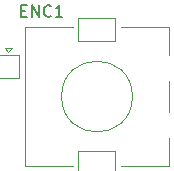
<source format=gto>
G04 #@! TF.GenerationSoftware,KiCad,Pcbnew,6.99.0-unknown-af20d46d06~146~ubuntu21.10.1*
G04 #@! TF.CreationDate,2022-01-22T15:47:32-05:00*
G04 #@! TF.ProjectId,bakeneko-65-pcb,62616b65-6e65-46b6-9f2d-36352d706362,rev?*
G04 #@! TF.SameCoordinates,Original*
G04 #@! TF.FileFunction,Legend,Top*
G04 #@! TF.FilePolarity,Positive*
%FSLAX46Y46*%
G04 Gerber Fmt 4.6, Leading zero omitted, Abs format (unit mm)*
G04 Created by KiCad (PCBNEW 6.99.0-unknown-af20d46d06~146~ubuntu21.10.1) date 2022-01-22 15:47:32*
%MOMM*%
%LPD*%
G01*
G04 APERTURE LIST*
G04 Aperture macros list*
%AMRoundRect*
0 Rectangle with rounded corners*
0 $1 Rounding radius*
0 $2 $3 $4 $5 $6 $7 $8 $9 X,Y pos of 4 corners*
0 Add a 4 corners polygon primitive as box body*
4,1,4,$2,$3,$4,$5,$6,$7,$8,$9,$2,$3,0*
0 Add four circle primitives for the rounded corners*
1,1,$1+$1,$2,$3*
1,1,$1+$1,$4,$5*
1,1,$1+$1,$6,$7*
1,1,$1+$1,$8,$9*
0 Add four rect primitives between the rounded corners*
20,1,$1+$1,$2,$3,$4,$5,0*
20,1,$1+$1,$4,$5,$6,$7,0*
20,1,$1+$1,$6,$7,$8,$9,0*
20,1,$1+$1,$8,$9,$2,$3,0*%
%AMHorizOval*
0 Thick line with rounded ends*
0 $1 width*
0 $2 $3 position (X,Y) of the first rounded end (center of the circle)*
0 $4 $5 position (X,Y) of the second rounded end (center of the circle)*
0 Add line between two ends*
20,1,$1,$2,$3,$4,$5,0*
0 Add two circle primitives to create the rounded ends*
1,1,$1,$2,$3*
1,1,$1,$4,$5*%
G04 Aperture macros list end*
%ADD10C,0.150000*%
%ADD11C,0.120000*%
%ADD12C,1.850000*%
%ADD13C,4.087800*%
%ADD14RoundRect,0.050000X-1.000000X-1.000000X1.000000X-1.000000X1.000000X1.000000X-1.000000X1.000000X0*%
%ADD15C,2.100000*%
%ADD16RoundRect,0.050000X-1.600000X-1.000000X1.600000X-1.000000X1.600000X1.000000X-1.600000X1.000000X0*%
%ADD17C,3.148000*%
%ADD18C,1.801800*%
%ADD19HorizOval,1.800000X0.000000X0.000000X0.000000X0.000000X0*%
%ADD20RoundRect,0.050000X0.850000X0.850000X-0.850000X0.850000X-0.850000X-0.850000X0.850000X-0.850000X0*%
G04 APERTURE END LIST*
D10*
X288348715Y-1728571D02*
X288682048Y-1728571D01*
X288824905Y-2252380D02*
X288348715Y-2252380D01*
X288348715Y-2252380D02*
X288348715Y-1252380D01*
X288348715Y-1252380D02*
X288824905Y-1252380D01*
X289253476Y-2252380D02*
X289253476Y-1252380D01*
X289253476Y-1252380D02*
X289824904Y-2252380D01*
X289824904Y-2252380D02*
X289824904Y-1252380D01*
X290872523Y-2157142D02*
X290824904Y-2204761D01*
X290824904Y-2204761D02*
X290682047Y-2252380D01*
X290682047Y-2252380D02*
X290586809Y-2252380D01*
X290586809Y-2252380D02*
X290443952Y-2204761D01*
X290443952Y-2204761D02*
X290348714Y-2109523D01*
X290348714Y-2109523D02*
X290301095Y-2014285D01*
X290301095Y-2014285D02*
X290253476Y-1823809D01*
X290253476Y-1823809D02*
X290253476Y-1680952D01*
X290253476Y-1680952D02*
X290301095Y-1490476D01*
X290301095Y-1490476D02*
X290348714Y-1395238D01*
X290348714Y-1395238D02*
X290443952Y-1300000D01*
X290443952Y-1300000D02*
X290586809Y-1252380D01*
X290586809Y-1252380D02*
X290682047Y-1252380D01*
X290682047Y-1252380D02*
X290824904Y-1300000D01*
X290824904Y-1300000D02*
X290872523Y-1347619D01*
X291824904Y-2252380D02*
X291253476Y-2252380D01*
X291539190Y-2252380D02*
X291539190Y-1252380D01*
X291539190Y-1252380D02*
X291443952Y-1395238D01*
X291443952Y-1395238D02*
X291348714Y-1490476D01*
X291348714Y-1490476D02*
X291253476Y-1538095D01*
D11*
X286963000Y-4900000D02*
X287563000Y-4900000D01*
X287263000Y-5200000D02*
X286963000Y-4900000D01*
X287563000Y-4900000D02*
X287263000Y-5200000D01*
X288663000Y-3100000D02*
X288663000Y-14900000D01*
X292763000Y-3100000D02*
X288663000Y-3100000D01*
X292763000Y-14900000D02*
X288663000Y-14900000D01*
X294263000Y-9000000D02*
X295263000Y-9000000D01*
X294763000Y-8500000D02*
X294763000Y-9500000D01*
X296763000Y-3100000D02*
X300863000Y-3100000D01*
X300863000Y-3100000D02*
X300863000Y-5500000D01*
X300863000Y-7700000D02*
X300863000Y-10300000D01*
X300863000Y-12500000D02*
X300863000Y-14900000D01*
X300863000Y-14900000D02*
X296763000Y-14900000D01*
X297763000Y-9000000D02*
G75*
G03*
X297763000Y-9000000I-3000000J0D01*
G01*
%LPC*%
D12*
X299830000Y-9000000D03*
X289670000Y-9000000D03*
D13*
X294750000Y-9000000D03*
D14*
X287263000Y-6500000D03*
D15*
X287263000Y-11500000D03*
X287263000Y-9000000D03*
D16*
X294763000Y-3400000D03*
X294763000Y-14600000D03*
D15*
X301763000Y-11500000D03*
X301763000Y-6500000D03*
D12*
X3920000Y-9000000D03*
D13*
X9000000Y-9000000D03*
D12*
X14080000Y-9000000D03*
X22970000Y-9000000D03*
D13*
X28050000Y-9000000D03*
D12*
X33130000Y-9000000D03*
X42020000Y-9000000D03*
D13*
X47100000Y-9000000D03*
D12*
X52180000Y-9000000D03*
X61070000Y-9000000D03*
D13*
X66150000Y-9000000D03*
D12*
X71230000Y-9000000D03*
X80120000Y-9000000D03*
D13*
X85200000Y-9000000D03*
D12*
X90280000Y-9000000D03*
X99170000Y-9000000D03*
D13*
X104250000Y-9000000D03*
D12*
X109330000Y-9000000D03*
X118220000Y-9000000D03*
D13*
X123300000Y-9000000D03*
D12*
X128380000Y-9000000D03*
X156320000Y-9000000D03*
D13*
X161400000Y-9000000D03*
D12*
X166480000Y-9000000D03*
X175370000Y-9000000D03*
D13*
X180450000Y-9000000D03*
D12*
X185530000Y-9000000D03*
X194420000Y-9000000D03*
D13*
X199500000Y-9000000D03*
D12*
X204580000Y-9000000D03*
X213470000Y-9000000D03*
D13*
X218550000Y-9000000D03*
D12*
X223630000Y-9000000D03*
X232520000Y-9000000D03*
D13*
X237600000Y-9000000D03*
D12*
X242680000Y-9000000D03*
X251570000Y-9000000D03*
D13*
X256650000Y-9000000D03*
D12*
X261730000Y-9000000D03*
D17*
X254237000Y-2015000D03*
D13*
X254237000Y-17255000D03*
D12*
X261095000Y-9000000D03*
D13*
X266175000Y-9000000D03*
D12*
X271255000Y-9000000D03*
D17*
X278113000Y-2015000D03*
D13*
X278113000Y-17255000D03*
D12*
X8682500Y-28050000D03*
D13*
X13762500Y-28050000D03*
D12*
X18842500Y-28050000D03*
X265857500Y-28050000D03*
D13*
X270937500Y-28050000D03*
D12*
X276017500Y-28050000D03*
X289670000Y-28050000D03*
D13*
X294750000Y-28050000D03*
D12*
X299830000Y-28050000D03*
X16461250Y-47100000D03*
D13*
X11381250Y-47100000D03*
D12*
X6301250Y-47100000D03*
X11063750Y-47100000D03*
D13*
X16143750Y-47100000D03*
D12*
X21223750Y-47100000D03*
D17*
X251855750Y-40115000D03*
D13*
X251855750Y-55355000D03*
D12*
X258713750Y-47100000D03*
D13*
X263793750Y-47100000D03*
D12*
X268873750Y-47100000D03*
D17*
X275731750Y-40115000D03*
D13*
X275731750Y-55355000D03*
D12*
X289670000Y-47100000D03*
D13*
X294750000Y-47100000D03*
D12*
X299830000Y-47100000D03*
D17*
X8968250Y-59165000D03*
D13*
X8968250Y-74405000D03*
D12*
X15826250Y-66150000D03*
D13*
X20906250Y-66150000D03*
D12*
X25986250Y-66150000D03*
D17*
X32844250Y-59165000D03*
D13*
X32844250Y-74405000D03*
D12*
X46782500Y-66150000D03*
D13*
X51862500Y-66150000D03*
D12*
X56942500Y-66150000D03*
X244426250Y-66150000D03*
D13*
X249506250Y-66150000D03*
D12*
X254586250Y-66150000D03*
X270620000Y-66150000D03*
D13*
X275700000Y-66150000D03*
D12*
X280780000Y-66150000D03*
X289670000Y-66150000D03*
D13*
X294750000Y-66150000D03*
D12*
X299830000Y-66150000D03*
X8682500Y-85200000D03*
D13*
X13762500Y-85200000D03*
D12*
X18842500Y-85200000D03*
X32495000Y-85200000D03*
D13*
X37575000Y-85200000D03*
D12*
X42655000Y-85200000D03*
X56307500Y-85200000D03*
D13*
X61387500Y-85200000D03*
D12*
X66467500Y-85200000D03*
X196801250Y-85200000D03*
D13*
X201881250Y-85200000D03*
D12*
X206961250Y-85200000D03*
X218232500Y-85200000D03*
D13*
X223312500Y-85200000D03*
D12*
X228392500Y-85200000D03*
X251570000Y-85200000D03*
D13*
X256650000Y-85200000D03*
D12*
X261730000Y-85200000D03*
X270620000Y-85200000D03*
D13*
X275700000Y-85200000D03*
D12*
X280780000Y-85200000D03*
X289670000Y-85200000D03*
D13*
X294750000Y-85200000D03*
D12*
X299830000Y-85200000D03*
X220613750Y-85200000D03*
D13*
X225693750Y-85200000D03*
D12*
X230773750Y-85200000D03*
D13*
X85200000Y-76945000D03*
D17*
X85200000Y-92185000D03*
D12*
X137270000Y-85200000D03*
D13*
X142350000Y-85200000D03*
D12*
X147430000Y-85200000D03*
D13*
X199500000Y-76945000D03*
D17*
X199500000Y-92185000D03*
D12*
X137270000Y-9000000D03*
D13*
X142350000Y-9000000D03*
D12*
X147430000Y-9000000D03*
X270620000Y-9000000D03*
D13*
X275700000Y-9000000D03*
D12*
X280780000Y-9000000D03*
X6301250Y-85200000D03*
D13*
X11381250Y-85200000D03*
D12*
X16461250Y-85200000D03*
X30113750Y-85200000D03*
D13*
X35193750Y-85200000D03*
D12*
X40273750Y-85200000D03*
X53926250Y-85200000D03*
D13*
X59006250Y-85200000D03*
D12*
X64086250Y-85200000D03*
D13*
X80443850Y-76945000D03*
D17*
X80443850Y-92185000D03*
D12*
X125363750Y-85200000D03*
D13*
X130443750Y-85200000D03*
D12*
X135523750Y-85200000D03*
D13*
X180443650Y-76945000D03*
D17*
X180443650Y-92185000D03*
X104394000Y-92145450D03*
D13*
X104394000Y-76905450D03*
D12*
X97536000Y-85160450D03*
D13*
X92456000Y-85160450D03*
D12*
X87376000Y-85160450D03*
D17*
X80518000Y-92145450D03*
D13*
X80518000Y-76905450D03*
D12*
X65659000Y-85217000D03*
D13*
X70739000Y-85217000D03*
D12*
X75819000Y-85217000D03*
D13*
X85217000Y-76905450D03*
D17*
X85217000Y-92145450D03*
D12*
X92075000Y-85160450D03*
D13*
X97155000Y-85160450D03*
D12*
X102235000Y-85160450D03*
D13*
X109093000Y-76905450D03*
D17*
X109093000Y-92145450D03*
D12*
X47244000Y-85217000D03*
D13*
X42164000Y-85217000D03*
D12*
X37084000Y-85217000D03*
D13*
X265049000Y-25654000D03*
X265049000Y-49530000D03*
D18*
X273304000Y-32512000D03*
D13*
X273304000Y-37592000D03*
D18*
X273304000Y-42672000D03*
D17*
X280289000Y-25654000D03*
X280289000Y-49530000D03*
D13*
X156718000Y-76905450D03*
D17*
X156718000Y-92145450D03*
D12*
X163576000Y-85160450D03*
D13*
X168656000Y-85160450D03*
D12*
X173736000Y-85160450D03*
D13*
X180594000Y-76905450D03*
D17*
X180594000Y-92145450D03*
D12*
X6826250Y-66150000D03*
D13*
X11906250Y-66150000D03*
D12*
X16986250Y-66150000D03*
X140335000Y-85217000D03*
D13*
X135255000Y-85217000D03*
D12*
X130175000Y-85217000D03*
X246761000Y-47117000D03*
D13*
X251841000Y-47117000D03*
D12*
X256921000Y-47117000D03*
D17*
X175768000Y-92202000D03*
D13*
X175768000Y-76962000D03*
D12*
X168910000Y-85217000D03*
D13*
X163830000Y-85217000D03*
D12*
X158750000Y-85217000D03*
D17*
X151892000Y-92202000D03*
D13*
X151892000Y-76962000D03*
D12*
X27686000Y-66167000D03*
D13*
X32766000Y-66167000D03*
D12*
X37846000Y-66167000D03*
D17*
X197065900Y-92145450D03*
D13*
X197065900Y-76905450D03*
D12*
X152146000Y-85160450D03*
D13*
X147066000Y-85160450D03*
D12*
X141986000Y-85160450D03*
D17*
X97066100Y-92145450D03*
D13*
X97066100Y-76905450D03*
D12*
X130810000Y-85217000D03*
D13*
X125730000Y-85217000D03*
D12*
X120650000Y-85217000D03*
D19*
X5189999Y-20807500D03*
X7729999Y-20807500D03*
X5189999Y-18267500D03*
X7729999Y-18267500D03*
X5189999Y-15727500D03*
D20*
X7730000Y-15727501D03*
M02*

</source>
